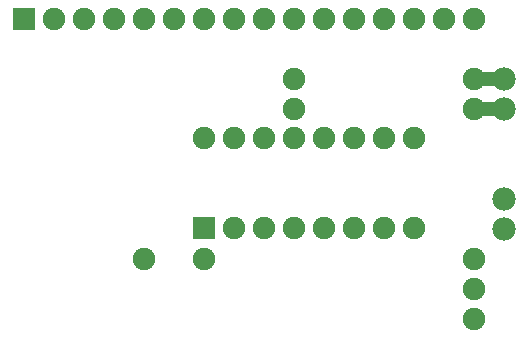
<source format=gtl>
G04 MADE WITH FRITZING*
G04 WWW.FRITZING.ORG*
G04 DOUBLE SIDED*
G04 HOLES PLATED*
G04 CONTOUR ON CENTER OF CONTOUR VECTOR*
%ASAXBY*%
%FSLAX23Y23*%
%MOIN*%
%OFA0B0*%
%SFA1.0B1.0*%
%ADD10C,0.075000*%
%ADD11C,0.078000*%
%ADD12R,0.075000X0.075000*%
%ADD13C,0.048000*%
%LNCOPPER1*%
G90*
G70*
G54D10*
X1009Y918D03*
X1609Y918D03*
X1009Y818D03*
X1609Y818D03*
X509Y318D03*
X709Y318D03*
X1609Y118D03*
X1609Y218D03*
X1609Y318D03*
G54D11*
X1709Y518D03*
X1709Y418D03*
G54D10*
X708Y419D03*
X708Y719D03*
X808Y419D03*
X808Y719D03*
X908Y419D03*
X908Y719D03*
X1008Y419D03*
X1008Y719D03*
X1108Y419D03*
X1108Y719D03*
X1208Y419D03*
X1208Y719D03*
X1308Y419D03*
X1308Y719D03*
X1408Y419D03*
X1408Y719D03*
G54D11*
X1709Y918D03*
X1709Y818D03*
G54D10*
X109Y1118D03*
X209Y1118D03*
X309Y1118D03*
X409Y1118D03*
X509Y1118D03*
X609Y1118D03*
X709Y1118D03*
X809Y1118D03*
X909Y1118D03*
X1009Y1118D03*
X1109Y1118D03*
X1209Y1118D03*
X1309Y1118D03*
X1409Y1118D03*
X1509Y1118D03*
X1609Y1118D03*
G54D12*
X708Y419D03*
X108Y1118D03*
G54D13*
X1678Y818D02*
X1637Y818D01*
D02*
X1678Y918D02*
X1637Y918D01*
G04 End of Copper1*
M02*
</source>
